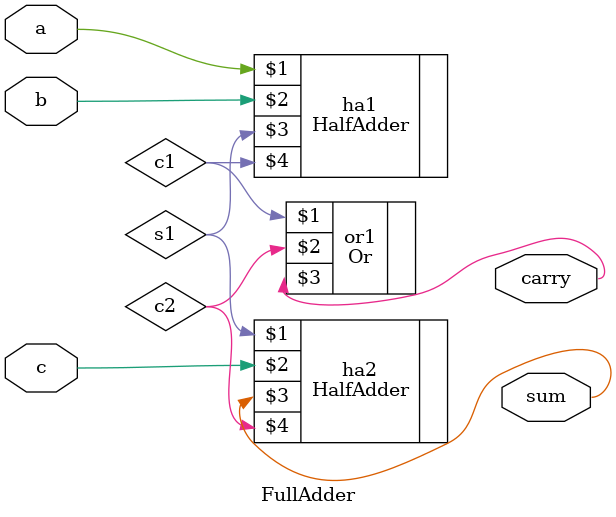
<source format=v>
`ifndef FULLADDER_V
`define FULLADDER_V
`include "half-adder.v"
`include "or.v"

module FullAdder(input a, b, c, output sum, carry);
    wire s1, c1, c2;
    HalfAdder ha1(a, b, s1, c1);
    HalfAdder ha2(s1, c, sum, c2);
    Or or1(c1, c2, carry);
    // wire w1, w2, w3, w4;
    // Xor xor1(a, b, w1);
    // Xor xor2(w1, c, sum);
    // And and1(a, b, w2);
    // And and2(w1, c, w3);
    // Or or1(w2, w3, carry);
endmodule
`endif
</source>
